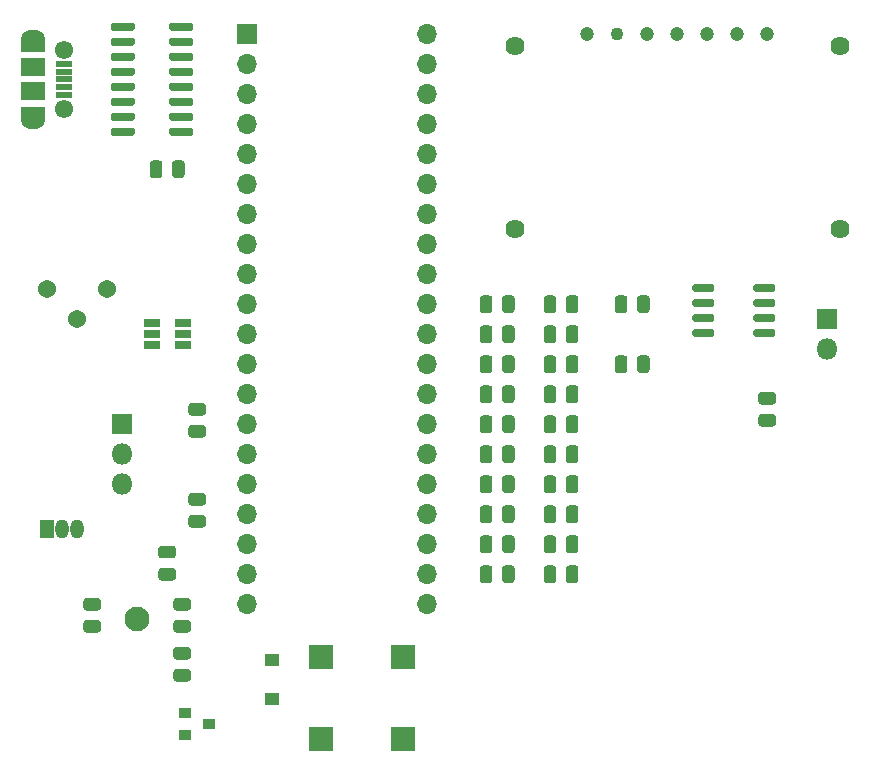
<source format=gbr>
%TF.GenerationSoftware,KiCad,Pcbnew,(5.1.6)-1*%
%TF.CreationDate,2020-11-21T18:59:33+08:00*%
%TF.ProjectId,Nov_21,4e6f765f-3231-42e6-9b69-6361645f7063,rev?*%
%TF.SameCoordinates,Original*%
%TF.FileFunction,Soldermask,Top*%
%TF.FilePolarity,Negative*%
%FSLAX46Y46*%
G04 Gerber Fmt 4.6, Leading zero omitted, Abs format (unit mm)*
G04 Created by KiCad (PCBNEW (5.1.6)-1) date 2020-11-21 18:59:33*
%MOMM*%
%LPD*%
G01*
G04 APERTURE LIST*
%ADD10C,1.540000*%
%ADD11R,1.320000X0.750000*%
%ADD12R,1.150000X1.600000*%
%ADD13O,1.150000X1.600000*%
%ADD14C,2.100000*%
%ADD15R,1.000000X0.900000*%
%ADD16O,1.800000X1.800000*%
%ADD17R,1.800000X1.800000*%
%ADD18C,1.200000*%
%ADD19C,1.100000*%
%ADD20C,1.624000*%
%ADD21O,1.700000X1.700000*%
%ADD22R,1.700000X1.700000*%
%ADD23R,2.000000X1.300000*%
%ADD24O,2.000000X1.300000*%
%ADD25R,2.000000X1.600000*%
%ADD26C,1.550000*%
%ADD27R,1.450000X0.500000*%
%ADD28R,1.300000X1.000000*%
%ADD29R,2.100000X2.100000*%
G04 APERTURE END LIST*
D10*
%TO.C,RV1*%
X125730000Y-77470000D03*
X128270000Y-80010000D03*
X130810000Y-77470000D03*
%TD*%
D11*
%TO.C,U3*%
X137200000Y-80330000D03*
X137200000Y-81280000D03*
X137200000Y-82230000D03*
X134580000Y-82230000D03*
X134580000Y-81280000D03*
X134580000Y-80330000D03*
%TD*%
%TO.C,U2*%
G36*
G01*
X133170000Y-63960000D02*
X133170000Y-64310000D01*
G75*
G02*
X132995000Y-64485000I-175000J0D01*
G01*
X131295000Y-64485000D01*
G75*
G02*
X131120000Y-64310000I0J175000D01*
G01*
X131120000Y-63960000D01*
G75*
G02*
X131295000Y-63785000I175000J0D01*
G01*
X132995000Y-63785000D01*
G75*
G02*
X133170000Y-63960000I0J-175000D01*
G01*
G37*
G36*
G01*
X133170000Y-62690000D02*
X133170000Y-63040000D01*
G75*
G02*
X132995000Y-63215000I-175000J0D01*
G01*
X131295000Y-63215000D01*
G75*
G02*
X131120000Y-63040000I0J175000D01*
G01*
X131120000Y-62690000D01*
G75*
G02*
X131295000Y-62515000I175000J0D01*
G01*
X132995000Y-62515000D01*
G75*
G02*
X133170000Y-62690000I0J-175000D01*
G01*
G37*
G36*
G01*
X133170000Y-61420000D02*
X133170000Y-61770000D01*
G75*
G02*
X132995000Y-61945000I-175000J0D01*
G01*
X131295000Y-61945000D01*
G75*
G02*
X131120000Y-61770000I0J175000D01*
G01*
X131120000Y-61420000D01*
G75*
G02*
X131295000Y-61245000I175000J0D01*
G01*
X132995000Y-61245000D01*
G75*
G02*
X133170000Y-61420000I0J-175000D01*
G01*
G37*
G36*
G01*
X133170000Y-60150000D02*
X133170000Y-60500000D01*
G75*
G02*
X132995000Y-60675000I-175000J0D01*
G01*
X131295000Y-60675000D01*
G75*
G02*
X131120000Y-60500000I0J175000D01*
G01*
X131120000Y-60150000D01*
G75*
G02*
X131295000Y-59975000I175000J0D01*
G01*
X132995000Y-59975000D01*
G75*
G02*
X133170000Y-60150000I0J-175000D01*
G01*
G37*
G36*
G01*
X133170000Y-58880000D02*
X133170000Y-59230000D01*
G75*
G02*
X132995000Y-59405000I-175000J0D01*
G01*
X131295000Y-59405000D01*
G75*
G02*
X131120000Y-59230000I0J175000D01*
G01*
X131120000Y-58880000D01*
G75*
G02*
X131295000Y-58705000I175000J0D01*
G01*
X132995000Y-58705000D01*
G75*
G02*
X133170000Y-58880000I0J-175000D01*
G01*
G37*
G36*
G01*
X133170000Y-57610000D02*
X133170000Y-57960000D01*
G75*
G02*
X132995000Y-58135000I-175000J0D01*
G01*
X131295000Y-58135000D01*
G75*
G02*
X131120000Y-57960000I0J175000D01*
G01*
X131120000Y-57610000D01*
G75*
G02*
X131295000Y-57435000I175000J0D01*
G01*
X132995000Y-57435000D01*
G75*
G02*
X133170000Y-57610000I0J-175000D01*
G01*
G37*
G36*
G01*
X133170000Y-56340000D02*
X133170000Y-56690000D01*
G75*
G02*
X132995000Y-56865000I-175000J0D01*
G01*
X131295000Y-56865000D01*
G75*
G02*
X131120000Y-56690000I0J175000D01*
G01*
X131120000Y-56340000D01*
G75*
G02*
X131295000Y-56165000I175000J0D01*
G01*
X132995000Y-56165000D01*
G75*
G02*
X133170000Y-56340000I0J-175000D01*
G01*
G37*
G36*
G01*
X133170000Y-55070000D02*
X133170000Y-55420000D01*
G75*
G02*
X132995000Y-55595000I-175000J0D01*
G01*
X131295000Y-55595000D01*
G75*
G02*
X131120000Y-55420000I0J175000D01*
G01*
X131120000Y-55070000D01*
G75*
G02*
X131295000Y-54895000I175000J0D01*
G01*
X132995000Y-54895000D01*
G75*
G02*
X133170000Y-55070000I0J-175000D01*
G01*
G37*
G36*
G01*
X138120000Y-55070000D02*
X138120000Y-55420000D01*
G75*
G02*
X137945000Y-55595000I-175000J0D01*
G01*
X136245000Y-55595000D01*
G75*
G02*
X136070000Y-55420000I0J175000D01*
G01*
X136070000Y-55070000D01*
G75*
G02*
X136245000Y-54895000I175000J0D01*
G01*
X137945000Y-54895000D01*
G75*
G02*
X138120000Y-55070000I0J-175000D01*
G01*
G37*
G36*
G01*
X138120000Y-56340000D02*
X138120000Y-56690000D01*
G75*
G02*
X137945000Y-56865000I-175000J0D01*
G01*
X136245000Y-56865000D01*
G75*
G02*
X136070000Y-56690000I0J175000D01*
G01*
X136070000Y-56340000D01*
G75*
G02*
X136245000Y-56165000I175000J0D01*
G01*
X137945000Y-56165000D01*
G75*
G02*
X138120000Y-56340000I0J-175000D01*
G01*
G37*
G36*
G01*
X138120000Y-57610000D02*
X138120000Y-57960000D01*
G75*
G02*
X137945000Y-58135000I-175000J0D01*
G01*
X136245000Y-58135000D01*
G75*
G02*
X136070000Y-57960000I0J175000D01*
G01*
X136070000Y-57610000D01*
G75*
G02*
X136245000Y-57435000I175000J0D01*
G01*
X137945000Y-57435000D01*
G75*
G02*
X138120000Y-57610000I0J-175000D01*
G01*
G37*
G36*
G01*
X138120000Y-58880000D02*
X138120000Y-59230000D01*
G75*
G02*
X137945000Y-59405000I-175000J0D01*
G01*
X136245000Y-59405000D01*
G75*
G02*
X136070000Y-59230000I0J175000D01*
G01*
X136070000Y-58880000D01*
G75*
G02*
X136245000Y-58705000I175000J0D01*
G01*
X137945000Y-58705000D01*
G75*
G02*
X138120000Y-58880000I0J-175000D01*
G01*
G37*
G36*
G01*
X138120000Y-60150000D02*
X138120000Y-60500000D01*
G75*
G02*
X137945000Y-60675000I-175000J0D01*
G01*
X136245000Y-60675000D01*
G75*
G02*
X136070000Y-60500000I0J175000D01*
G01*
X136070000Y-60150000D01*
G75*
G02*
X136245000Y-59975000I175000J0D01*
G01*
X137945000Y-59975000D01*
G75*
G02*
X138120000Y-60150000I0J-175000D01*
G01*
G37*
G36*
G01*
X138120000Y-61420000D02*
X138120000Y-61770000D01*
G75*
G02*
X137945000Y-61945000I-175000J0D01*
G01*
X136245000Y-61945000D01*
G75*
G02*
X136070000Y-61770000I0J175000D01*
G01*
X136070000Y-61420000D01*
G75*
G02*
X136245000Y-61245000I175000J0D01*
G01*
X137945000Y-61245000D01*
G75*
G02*
X138120000Y-61420000I0J-175000D01*
G01*
G37*
G36*
G01*
X138120000Y-62690000D02*
X138120000Y-63040000D01*
G75*
G02*
X137945000Y-63215000I-175000J0D01*
G01*
X136245000Y-63215000D01*
G75*
G02*
X136070000Y-63040000I0J175000D01*
G01*
X136070000Y-62690000D01*
G75*
G02*
X136245000Y-62515000I175000J0D01*
G01*
X137945000Y-62515000D01*
G75*
G02*
X138120000Y-62690000I0J-175000D01*
G01*
G37*
G36*
G01*
X138120000Y-63960000D02*
X138120000Y-64310000D01*
G75*
G02*
X137945000Y-64485000I-175000J0D01*
G01*
X136245000Y-64485000D01*
G75*
G02*
X136070000Y-64310000I0J175000D01*
G01*
X136070000Y-63960000D01*
G75*
G02*
X136245000Y-63785000I175000J0D01*
G01*
X137945000Y-63785000D01*
G75*
G02*
X138120000Y-63960000I0J-175000D01*
G01*
G37*
%TD*%
D12*
%TO.C,U1*%
X125730000Y-97790000D03*
D13*
X128270000Y-97790000D03*
X127000000Y-97790000D03*
%TD*%
D14*
%TO.C,TP1*%
X133350000Y-105410000D03*
%TD*%
%TO.C,R25*%
G36*
G01*
X169642500Y-102081250D02*
X169642500Y-101118750D01*
G75*
G02*
X169911250Y-100850000I268750J0D01*
G01*
X170448750Y-100850000D01*
G75*
G02*
X170717500Y-101118750I0J-268750D01*
G01*
X170717500Y-102081250D01*
G75*
G02*
X170448750Y-102350000I-268750J0D01*
G01*
X169911250Y-102350000D01*
G75*
G02*
X169642500Y-102081250I0J268750D01*
G01*
G37*
G36*
G01*
X167767500Y-102081250D02*
X167767500Y-101118750D01*
G75*
G02*
X168036250Y-100850000I268750J0D01*
G01*
X168573750Y-100850000D01*
G75*
G02*
X168842500Y-101118750I0J-268750D01*
G01*
X168842500Y-102081250D01*
G75*
G02*
X168573750Y-102350000I-268750J0D01*
G01*
X168036250Y-102350000D01*
G75*
G02*
X167767500Y-102081250I0J268750D01*
G01*
G37*
%TD*%
%TO.C,R24*%
G36*
G01*
X175660000Y-79221250D02*
X175660000Y-78258750D01*
G75*
G02*
X175928750Y-77990000I268750J0D01*
G01*
X176466250Y-77990000D01*
G75*
G02*
X176735000Y-78258750I0J-268750D01*
G01*
X176735000Y-79221250D01*
G75*
G02*
X176466250Y-79490000I-268750J0D01*
G01*
X175928750Y-79490000D01*
G75*
G02*
X175660000Y-79221250I0J268750D01*
G01*
G37*
G36*
G01*
X173785000Y-79221250D02*
X173785000Y-78258750D01*
G75*
G02*
X174053750Y-77990000I268750J0D01*
G01*
X174591250Y-77990000D01*
G75*
G02*
X174860000Y-78258750I0J-268750D01*
G01*
X174860000Y-79221250D01*
G75*
G02*
X174591250Y-79490000I-268750J0D01*
G01*
X174053750Y-79490000D01*
G75*
G02*
X173785000Y-79221250I0J268750D01*
G01*
G37*
%TD*%
%TO.C,R23*%
G36*
G01*
X174860000Y-83338750D02*
X174860000Y-84301250D01*
G75*
G02*
X174591250Y-84570000I-268750J0D01*
G01*
X174053750Y-84570000D01*
G75*
G02*
X173785000Y-84301250I0J268750D01*
G01*
X173785000Y-83338750D01*
G75*
G02*
X174053750Y-83070000I268750J0D01*
G01*
X174591250Y-83070000D01*
G75*
G02*
X174860000Y-83338750I0J-268750D01*
G01*
G37*
G36*
G01*
X176735000Y-83338750D02*
X176735000Y-84301250D01*
G75*
G02*
X176466250Y-84570000I-268750J0D01*
G01*
X175928750Y-84570000D01*
G75*
G02*
X175660000Y-84301250I0J268750D01*
G01*
X175660000Y-83338750D01*
G75*
G02*
X175928750Y-83070000I268750J0D01*
G01*
X176466250Y-83070000D01*
G75*
G02*
X176735000Y-83338750I0J-268750D01*
G01*
G37*
%TD*%
%TO.C,R22*%
G36*
G01*
X169642500Y-99541250D02*
X169642500Y-98578750D01*
G75*
G02*
X169911250Y-98310000I268750J0D01*
G01*
X170448750Y-98310000D01*
G75*
G02*
X170717500Y-98578750I0J-268750D01*
G01*
X170717500Y-99541250D01*
G75*
G02*
X170448750Y-99810000I-268750J0D01*
G01*
X169911250Y-99810000D01*
G75*
G02*
X169642500Y-99541250I0J268750D01*
G01*
G37*
G36*
G01*
X167767500Y-99541250D02*
X167767500Y-98578750D01*
G75*
G02*
X168036250Y-98310000I268750J0D01*
G01*
X168573750Y-98310000D01*
G75*
G02*
X168842500Y-98578750I0J-268750D01*
G01*
X168842500Y-99541250D01*
G75*
G02*
X168573750Y-99810000I-268750J0D01*
G01*
X168036250Y-99810000D01*
G75*
G02*
X167767500Y-99541250I0J268750D01*
G01*
G37*
%TD*%
%TO.C,R21*%
G36*
G01*
X169642500Y-97001250D02*
X169642500Y-96038750D01*
G75*
G02*
X169911250Y-95770000I268750J0D01*
G01*
X170448750Y-95770000D01*
G75*
G02*
X170717500Y-96038750I0J-268750D01*
G01*
X170717500Y-97001250D01*
G75*
G02*
X170448750Y-97270000I-268750J0D01*
G01*
X169911250Y-97270000D01*
G75*
G02*
X169642500Y-97001250I0J268750D01*
G01*
G37*
G36*
G01*
X167767500Y-97001250D02*
X167767500Y-96038750D01*
G75*
G02*
X168036250Y-95770000I268750J0D01*
G01*
X168573750Y-95770000D01*
G75*
G02*
X168842500Y-96038750I0J-268750D01*
G01*
X168842500Y-97001250D01*
G75*
G02*
X168573750Y-97270000I-268750J0D01*
G01*
X168036250Y-97270000D01*
G75*
G02*
X167767500Y-97001250I0J268750D01*
G01*
G37*
%TD*%
%TO.C,R20*%
G36*
G01*
X169642500Y-94461250D02*
X169642500Y-93498750D01*
G75*
G02*
X169911250Y-93230000I268750J0D01*
G01*
X170448750Y-93230000D01*
G75*
G02*
X170717500Y-93498750I0J-268750D01*
G01*
X170717500Y-94461250D01*
G75*
G02*
X170448750Y-94730000I-268750J0D01*
G01*
X169911250Y-94730000D01*
G75*
G02*
X169642500Y-94461250I0J268750D01*
G01*
G37*
G36*
G01*
X167767500Y-94461250D02*
X167767500Y-93498750D01*
G75*
G02*
X168036250Y-93230000I268750J0D01*
G01*
X168573750Y-93230000D01*
G75*
G02*
X168842500Y-93498750I0J-268750D01*
G01*
X168842500Y-94461250D01*
G75*
G02*
X168573750Y-94730000I-268750J0D01*
G01*
X168036250Y-94730000D01*
G75*
G02*
X167767500Y-94461250I0J268750D01*
G01*
G37*
%TD*%
%TO.C,R19*%
G36*
G01*
X169642500Y-91921250D02*
X169642500Y-90958750D01*
G75*
G02*
X169911250Y-90690000I268750J0D01*
G01*
X170448750Y-90690000D01*
G75*
G02*
X170717500Y-90958750I0J-268750D01*
G01*
X170717500Y-91921250D01*
G75*
G02*
X170448750Y-92190000I-268750J0D01*
G01*
X169911250Y-92190000D01*
G75*
G02*
X169642500Y-91921250I0J268750D01*
G01*
G37*
G36*
G01*
X167767500Y-91921250D02*
X167767500Y-90958750D01*
G75*
G02*
X168036250Y-90690000I268750J0D01*
G01*
X168573750Y-90690000D01*
G75*
G02*
X168842500Y-90958750I0J-268750D01*
G01*
X168842500Y-91921250D01*
G75*
G02*
X168573750Y-92190000I-268750J0D01*
G01*
X168036250Y-92190000D01*
G75*
G02*
X167767500Y-91921250I0J268750D01*
G01*
G37*
%TD*%
%TO.C,R18*%
G36*
G01*
X169642500Y-89381250D02*
X169642500Y-88418750D01*
G75*
G02*
X169911250Y-88150000I268750J0D01*
G01*
X170448750Y-88150000D01*
G75*
G02*
X170717500Y-88418750I0J-268750D01*
G01*
X170717500Y-89381250D01*
G75*
G02*
X170448750Y-89650000I-268750J0D01*
G01*
X169911250Y-89650000D01*
G75*
G02*
X169642500Y-89381250I0J268750D01*
G01*
G37*
G36*
G01*
X167767500Y-89381250D02*
X167767500Y-88418750D01*
G75*
G02*
X168036250Y-88150000I268750J0D01*
G01*
X168573750Y-88150000D01*
G75*
G02*
X168842500Y-88418750I0J-268750D01*
G01*
X168842500Y-89381250D01*
G75*
G02*
X168573750Y-89650000I-268750J0D01*
G01*
X168036250Y-89650000D01*
G75*
G02*
X167767500Y-89381250I0J268750D01*
G01*
G37*
%TD*%
%TO.C,R17*%
G36*
G01*
X169642500Y-86841250D02*
X169642500Y-85878750D01*
G75*
G02*
X169911250Y-85610000I268750J0D01*
G01*
X170448750Y-85610000D01*
G75*
G02*
X170717500Y-85878750I0J-268750D01*
G01*
X170717500Y-86841250D01*
G75*
G02*
X170448750Y-87110000I-268750J0D01*
G01*
X169911250Y-87110000D01*
G75*
G02*
X169642500Y-86841250I0J268750D01*
G01*
G37*
G36*
G01*
X167767500Y-86841250D02*
X167767500Y-85878750D01*
G75*
G02*
X168036250Y-85610000I268750J0D01*
G01*
X168573750Y-85610000D01*
G75*
G02*
X168842500Y-85878750I0J-268750D01*
G01*
X168842500Y-86841250D01*
G75*
G02*
X168573750Y-87110000I-268750J0D01*
G01*
X168036250Y-87110000D01*
G75*
G02*
X167767500Y-86841250I0J268750D01*
G01*
G37*
%TD*%
%TO.C,R16*%
G36*
G01*
X169642500Y-84301250D02*
X169642500Y-83338750D01*
G75*
G02*
X169911250Y-83070000I268750J0D01*
G01*
X170448750Y-83070000D01*
G75*
G02*
X170717500Y-83338750I0J-268750D01*
G01*
X170717500Y-84301250D01*
G75*
G02*
X170448750Y-84570000I-268750J0D01*
G01*
X169911250Y-84570000D01*
G75*
G02*
X169642500Y-84301250I0J268750D01*
G01*
G37*
G36*
G01*
X167767500Y-84301250D02*
X167767500Y-83338750D01*
G75*
G02*
X168036250Y-83070000I268750J0D01*
G01*
X168573750Y-83070000D01*
G75*
G02*
X168842500Y-83338750I0J-268750D01*
G01*
X168842500Y-84301250D01*
G75*
G02*
X168573750Y-84570000I-268750J0D01*
G01*
X168036250Y-84570000D01*
G75*
G02*
X167767500Y-84301250I0J268750D01*
G01*
G37*
%TD*%
%TO.C,R15*%
G36*
G01*
X169642500Y-81761250D02*
X169642500Y-80798750D01*
G75*
G02*
X169911250Y-80530000I268750J0D01*
G01*
X170448750Y-80530000D01*
G75*
G02*
X170717500Y-80798750I0J-268750D01*
G01*
X170717500Y-81761250D01*
G75*
G02*
X170448750Y-82030000I-268750J0D01*
G01*
X169911250Y-82030000D01*
G75*
G02*
X169642500Y-81761250I0J268750D01*
G01*
G37*
G36*
G01*
X167767500Y-81761250D02*
X167767500Y-80798750D01*
G75*
G02*
X168036250Y-80530000I268750J0D01*
G01*
X168573750Y-80530000D01*
G75*
G02*
X168842500Y-80798750I0J-268750D01*
G01*
X168842500Y-81761250D01*
G75*
G02*
X168573750Y-82030000I-268750J0D01*
G01*
X168036250Y-82030000D01*
G75*
G02*
X167767500Y-81761250I0J268750D01*
G01*
G37*
%TD*%
%TO.C,R14*%
G36*
G01*
X169642500Y-79221250D02*
X169642500Y-78258750D01*
G75*
G02*
X169911250Y-77990000I268750J0D01*
G01*
X170448750Y-77990000D01*
G75*
G02*
X170717500Y-78258750I0J-268750D01*
G01*
X170717500Y-79221250D01*
G75*
G02*
X170448750Y-79490000I-268750J0D01*
G01*
X169911250Y-79490000D01*
G75*
G02*
X169642500Y-79221250I0J268750D01*
G01*
G37*
G36*
G01*
X167767500Y-79221250D02*
X167767500Y-78258750D01*
G75*
G02*
X168036250Y-77990000I268750J0D01*
G01*
X168573750Y-77990000D01*
G75*
G02*
X168842500Y-78258750I0J-268750D01*
G01*
X168842500Y-79221250D01*
G75*
G02*
X168573750Y-79490000I-268750J0D01*
G01*
X168036250Y-79490000D01*
G75*
G02*
X167767500Y-79221250I0J268750D01*
G01*
G37*
%TD*%
%TO.C,R13*%
G36*
G01*
X163430000Y-80798750D02*
X163430000Y-81761250D01*
G75*
G02*
X163161250Y-82030000I-268750J0D01*
G01*
X162623750Y-82030000D01*
G75*
G02*
X162355000Y-81761250I0J268750D01*
G01*
X162355000Y-80798750D01*
G75*
G02*
X162623750Y-80530000I268750J0D01*
G01*
X163161250Y-80530000D01*
G75*
G02*
X163430000Y-80798750I0J-268750D01*
G01*
G37*
G36*
G01*
X165305000Y-80798750D02*
X165305000Y-81761250D01*
G75*
G02*
X165036250Y-82030000I-268750J0D01*
G01*
X164498750Y-82030000D01*
G75*
G02*
X164230000Y-81761250I0J268750D01*
G01*
X164230000Y-80798750D01*
G75*
G02*
X164498750Y-80530000I268750J0D01*
G01*
X165036250Y-80530000D01*
G75*
G02*
X165305000Y-80798750I0J-268750D01*
G01*
G37*
%TD*%
%TO.C,R12*%
G36*
G01*
X163430000Y-98578750D02*
X163430000Y-99541250D01*
G75*
G02*
X163161250Y-99810000I-268750J0D01*
G01*
X162623750Y-99810000D01*
G75*
G02*
X162355000Y-99541250I0J268750D01*
G01*
X162355000Y-98578750D01*
G75*
G02*
X162623750Y-98310000I268750J0D01*
G01*
X163161250Y-98310000D01*
G75*
G02*
X163430000Y-98578750I0J-268750D01*
G01*
G37*
G36*
G01*
X165305000Y-98578750D02*
X165305000Y-99541250D01*
G75*
G02*
X165036250Y-99810000I-268750J0D01*
G01*
X164498750Y-99810000D01*
G75*
G02*
X164230000Y-99541250I0J268750D01*
G01*
X164230000Y-98578750D01*
G75*
G02*
X164498750Y-98310000I268750J0D01*
G01*
X165036250Y-98310000D01*
G75*
G02*
X165305000Y-98578750I0J-268750D01*
G01*
G37*
%TD*%
%TO.C,R11*%
G36*
G01*
X163430000Y-96038750D02*
X163430000Y-97001250D01*
G75*
G02*
X163161250Y-97270000I-268750J0D01*
G01*
X162623750Y-97270000D01*
G75*
G02*
X162355000Y-97001250I0J268750D01*
G01*
X162355000Y-96038750D01*
G75*
G02*
X162623750Y-95770000I268750J0D01*
G01*
X163161250Y-95770000D01*
G75*
G02*
X163430000Y-96038750I0J-268750D01*
G01*
G37*
G36*
G01*
X165305000Y-96038750D02*
X165305000Y-97001250D01*
G75*
G02*
X165036250Y-97270000I-268750J0D01*
G01*
X164498750Y-97270000D01*
G75*
G02*
X164230000Y-97001250I0J268750D01*
G01*
X164230000Y-96038750D01*
G75*
G02*
X164498750Y-95770000I268750J0D01*
G01*
X165036250Y-95770000D01*
G75*
G02*
X165305000Y-96038750I0J-268750D01*
G01*
G37*
%TD*%
%TO.C,R10*%
G36*
G01*
X163430000Y-93498750D02*
X163430000Y-94461250D01*
G75*
G02*
X163161250Y-94730000I-268750J0D01*
G01*
X162623750Y-94730000D01*
G75*
G02*
X162355000Y-94461250I0J268750D01*
G01*
X162355000Y-93498750D01*
G75*
G02*
X162623750Y-93230000I268750J0D01*
G01*
X163161250Y-93230000D01*
G75*
G02*
X163430000Y-93498750I0J-268750D01*
G01*
G37*
G36*
G01*
X165305000Y-93498750D02*
X165305000Y-94461250D01*
G75*
G02*
X165036250Y-94730000I-268750J0D01*
G01*
X164498750Y-94730000D01*
G75*
G02*
X164230000Y-94461250I0J268750D01*
G01*
X164230000Y-93498750D01*
G75*
G02*
X164498750Y-93230000I268750J0D01*
G01*
X165036250Y-93230000D01*
G75*
G02*
X165305000Y-93498750I0J-268750D01*
G01*
G37*
%TD*%
%TO.C,R9*%
G36*
G01*
X163430000Y-88418750D02*
X163430000Y-89381250D01*
G75*
G02*
X163161250Y-89650000I-268750J0D01*
G01*
X162623750Y-89650000D01*
G75*
G02*
X162355000Y-89381250I0J268750D01*
G01*
X162355000Y-88418750D01*
G75*
G02*
X162623750Y-88150000I268750J0D01*
G01*
X163161250Y-88150000D01*
G75*
G02*
X163430000Y-88418750I0J-268750D01*
G01*
G37*
G36*
G01*
X165305000Y-88418750D02*
X165305000Y-89381250D01*
G75*
G02*
X165036250Y-89650000I-268750J0D01*
G01*
X164498750Y-89650000D01*
G75*
G02*
X164230000Y-89381250I0J268750D01*
G01*
X164230000Y-88418750D01*
G75*
G02*
X164498750Y-88150000I268750J0D01*
G01*
X165036250Y-88150000D01*
G75*
G02*
X165305000Y-88418750I0J-268750D01*
G01*
G37*
%TD*%
%TO.C,R8*%
G36*
G01*
X163430000Y-85878750D02*
X163430000Y-86841250D01*
G75*
G02*
X163161250Y-87110000I-268750J0D01*
G01*
X162623750Y-87110000D01*
G75*
G02*
X162355000Y-86841250I0J268750D01*
G01*
X162355000Y-85878750D01*
G75*
G02*
X162623750Y-85610000I268750J0D01*
G01*
X163161250Y-85610000D01*
G75*
G02*
X163430000Y-85878750I0J-268750D01*
G01*
G37*
G36*
G01*
X165305000Y-85878750D02*
X165305000Y-86841250D01*
G75*
G02*
X165036250Y-87110000I-268750J0D01*
G01*
X164498750Y-87110000D01*
G75*
G02*
X164230000Y-86841250I0J268750D01*
G01*
X164230000Y-85878750D01*
G75*
G02*
X164498750Y-85610000I268750J0D01*
G01*
X165036250Y-85610000D01*
G75*
G02*
X165305000Y-85878750I0J-268750D01*
G01*
G37*
%TD*%
%TO.C,R7*%
G36*
G01*
X163430000Y-83338750D02*
X163430000Y-84301250D01*
G75*
G02*
X163161250Y-84570000I-268750J0D01*
G01*
X162623750Y-84570000D01*
G75*
G02*
X162355000Y-84301250I0J268750D01*
G01*
X162355000Y-83338750D01*
G75*
G02*
X162623750Y-83070000I268750J0D01*
G01*
X163161250Y-83070000D01*
G75*
G02*
X163430000Y-83338750I0J-268750D01*
G01*
G37*
G36*
G01*
X165305000Y-83338750D02*
X165305000Y-84301250D01*
G75*
G02*
X165036250Y-84570000I-268750J0D01*
G01*
X164498750Y-84570000D01*
G75*
G02*
X164230000Y-84301250I0J268750D01*
G01*
X164230000Y-83338750D01*
G75*
G02*
X164498750Y-83070000I268750J0D01*
G01*
X165036250Y-83070000D01*
G75*
G02*
X165305000Y-83338750I0J-268750D01*
G01*
G37*
%TD*%
%TO.C,R6*%
G36*
G01*
X163430000Y-101118750D02*
X163430000Y-102081250D01*
G75*
G02*
X163161250Y-102350000I-268750J0D01*
G01*
X162623750Y-102350000D01*
G75*
G02*
X162355000Y-102081250I0J268750D01*
G01*
X162355000Y-101118750D01*
G75*
G02*
X162623750Y-100850000I268750J0D01*
G01*
X163161250Y-100850000D01*
G75*
G02*
X163430000Y-101118750I0J-268750D01*
G01*
G37*
G36*
G01*
X165305000Y-101118750D02*
X165305000Y-102081250D01*
G75*
G02*
X165036250Y-102350000I-268750J0D01*
G01*
X164498750Y-102350000D01*
G75*
G02*
X164230000Y-102081250I0J268750D01*
G01*
X164230000Y-101118750D01*
G75*
G02*
X164498750Y-100850000I268750J0D01*
G01*
X165036250Y-100850000D01*
G75*
G02*
X165305000Y-101118750I0J-268750D01*
G01*
G37*
%TD*%
%TO.C,R5*%
G36*
G01*
X163430000Y-90958750D02*
X163430000Y-91921250D01*
G75*
G02*
X163161250Y-92190000I-268750J0D01*
G01*
X162623750Y-92190000D01*
G75*
G02*
X162355000Y-91921250I0J268750D01*
G01*
X162355000Y-90958750D01*
G75*
G02*
X162623750Y-90690000I268750J0D01*
G01*
X163161250Y-90690000D01*
G75*
G02*
X163430000Y-90958750I0J-268750D01*
G01*
G37*
G36*
G01*
X165305000Y-90958750D02*
X165305000Y-91921250D01*
G75*
G02*
X165036250Y-92190000I-268750J0D01*
G01*
X164498750Y-92190000D01*
G75*
G02*
X164230000Y-91921250I0J268750D01*
G01*
X164230000Y-90958750D01*
G75*
G02*
X164498750Y-90690000I268750J0D01*
G01*
X165036250Y-90690000D01*
G75*
G02*
X165305000Y-90958750I0J-268750D01*
G01*
G37*
%TD*%
%TO.C,R4*%
G36*
G01*
X163430000Y-78258750D02*
X163430000Y-79221250D01*
G75*
G02*
X163161250Y-79490000I-268750J0D01*
G01*
X162623750Y-79490000D01*
G75*
G02*
X162355000Y-79221250I0J268750D01*
G01*
X162355000Y-78258750D01*
G75*
G02*
X162623750Y-77990000I268750J0D01*
G01*
X163161250Y-77990000D01*
G75*
G02*
X163430000Y-78258750I0J-268750D01*
G01*
G37*
G36*
G01*
X165305000Y-78258750D02*
X165305000Y-79221250D01*
G75*
G02*
X165036250Y-79490000I-268750J0D01*
G01*
X164498750Y-79490000D01*
G75*
G02*
X164230000Y-79221250I0J268750D01*
G01*
X164230000Y-78258750D01*
G75*
G02*
X164498750Y-77990000I268750J0D01*
G01*
X165036250Y-77990000D01*
G75*
G02*
X165305000Y-78258750I0J-268750D01*
G01*
G37*
%TD*%
%TO.C,R3*%
G36*
G01*
X137641250Y-104677500D02*
X136678750Y-104677500D01*
G75*
G02*
X136410000Y-104408750I0J268750D01*
G01*
X136410000Y-103871250D01*
G75*
G02*
X136678750Y-103602500I268750J0D01*
G01*
X137641250Y-103602500D01*
G75*
G02*
X137910000Y-103871250I0J-268750D01*
G01*
X137910000Y-104408750D01*
G75*
G02*
X137641250Y-104677500I-268750J0D01*
G01*
G37*
G36*
G01*
X137641250Y-106552500D02*
X136678750Y-106552500D01*
G75*
G02*
X136410000Y-106283750I0J268750D01*
G01*
X136410000Y-105746250D01*
G75*
G02*
X136678750Y-105477500I268750J0D01*
G01*
X137641250Y-105477500D01*
G75*
G02*
X137910000Y-105746250I0J-268750D01*
G01*
X137910000Y-106283750D01*
G75*
G02*
X137641250Y-106552500I-268750J0D01*
G01*
G37*
%TD*%
%TO.C,R2*%
G36*
G01*
X130021250Y-104677500D02*
X129058750Y-104677500D01*
G75*
G02*
X128790000Y-104408750I0J268750D01*
G01*
X128790000Y-103871250D01*
G75*
G02*
X129058750Y-103602500I268750J0D01*
G01*
X130021250Y-103602500D01*
G75*
G02*
X130290000Y-103871250I0J-268750D01*
G01*
X130290000Y-104408750D01*
G75*
G02*
X130021250Y-104677500I-268750J0D01*
G01*
G37*
G36*
G01*
X130021250Y-106552500D02*
X129058750Y-106552500D01*
G75*
G02*
X128790000Y-106283750I0J268750D01*
G01*
X128790000Y-105746250D01*
G75*
G02*
X129058750Y-105477500I268750J0D01*
G01*
X130021250Y-105477500D01*
G75*
G02*
X130290000Y-105746250I0J-268750D01*
G01*
X130290000Y-106283750D01*
G75*
G02*
X130021250Y-106552500I-268750J0D01*
G01*
G37*
%TD*%
%TO.C,R1*%
G36*
G01*
X135408750Y-101062500D02*
X136371250Y-101062500D01*
G75*
G02*
X136640000Y-101331250I0J-268750D01*
G01*
X136640000Y-101868750D01*
G75*
G02*
X136371250Y-102137500I-268750J0D01*
G01*
X135408750Y-102137500D01*
G75*
G02*
X135140000Y-101868750I0J268750D01*
G01*
X135140000Y-101331250D01*
G75*
G02*
X135408750Y-101062500I268750J0D01*
G01*
G37*
G36*
G01*
X135408750Y-99187500D02*
X136371250Y-99187500D01*
G75*
G02*
X136640000Y-99456250I0J-268750D01*
G01*
X136640000Y-99993750D01*
G75*
G02*
X136371250Y-100262500I-268750J0D01*
G01*
X135408750Y-100262500D01*
G75*
G02*
X135140000Y-99993750I0J268750D01*
G01*
X135140000Y-99456250D01*
G75*
G02*
X135408750Y-99187500I268750J0D01*
G01*
G37*
%TD*%
D15*
%TO.C,Q1*%
X139430000Y-114300000D03*
X137430000Y-115250000D03*
X137430000Y-113350000D03*
%TD*%
D16*
%TO.C,J6*%
X191770000Y-82550000D03*
D17*
X191770000Y-80010000D03*
%TD*%
%TO.C,J5*%
G36*
G01*
X185510440Y-77538320D02*
X185510440Y-77188320D01*
G75*
G02*
X185685440Y-77013320I175000J0D01*
G01*
X187185440Y-77013320D01*
G75*
G02*
X187360440Y-77188320I0J-175000D01*
G01*
X187360440Y-77538320D01*
G75*
G02*
X187185440Y-77713320I-175000J0D01*
G01*
X185685440Y-77713320D01*
G75*
G02*
X185510440Y-77538320I0J175000D01*
G01*
G37*
G36*
G01*
X185510440Y-78808320D02*
X185510440Y-78458320D01*
G75*
G02*
X185685440Y-78283320I175000J0D01*
G01*
X187185440Y-78283320D01*
G75*
G02*
X187360440Y-78458320I0J-175000D01*
G01*
X187360440Y-78808320D01*
G75*
G02*
X187185440Y-78983320I-175000J0D01*
G01*
X185685440Y-78983320D01*
G75*
G02*
X185510440Y-78808320I0J175000D01*
G01*
G37*
G36*
G01*
X185510440Y-80078320D02*
X185510440Y-79728320D01*
G75*
G02*
X185685440Y-79553320I175000J0D01*
G01*
X187185440Y-79553320D01*
G75*
G02*
X187360440Y-79728320I0J-175000D01*
G01*
X187360440Y-80078320D01*
G75*
G02*
X187185440Y-80253320I-175000J0D01*
G01*
X185685440Y-80253320D01*
G75*
G02*
X185510440Y-80078320I0J175000D01*
G01*
G37*
G36*
G01*
X185510440Y-81348320D02*
X185510440Y-80998320D01*
G75*
G02*
X185685440Y-80823320I175000J0D01*
G01*
X187185440Y-80823320D01*
G75*
G02*
X187360440Y-80998320I0J-175000D01*
G01*
X187360440Y-81348320D01*
G75*
G02*
X187185440Y-81523320I-175000J0D01*
G01*
X185685440Y-81523320D01*
G75*
G02*
X185510440Y-81348320I0J175000D01*
G01*
G37*
G36*
G01*
X180360440Y-81348320D02*
X180360440Y-80998320D01*
G75*
G02*
X180535440Y-80823320I175000J0D01*
G01*
X182035440Y-80823320D01*
G75*
G02*
X182210440Y-80998320I0J-175000D01*
G01*
X182210440Y-81348320D01*
G75*
G02*
X182035440Y-81523320I-175000J0D01*
G01*
X180535440Y-81523320D01*
G75*
G02*
X180360440Y-81348320I0J175000D01*
G01*
G37*
G36*
G01*
X180360440Y-80078320D02*
X180360440Y-79728320D01*
G75*
G02*
X180535440Y-79553320I175000J0D01*
G01*
X182035440Y-79553320D01*
G75*
G02*
X182210440Y-79728320I0J-175000D01*
G01*
X182210440Y-80078320D01*
G75*
G02*
X182035440Y-80253320I-175000J0D01*
G01*
X180535440Y-80253320D01*
G75*
G02*
X180360440Y-80078320I0J175000D01*
G01*
G37*
G36*
G01*
X180360440Y-78808320D02*
X180360440Y-78458320D01*
G75*
G02*
X180535440Y-78283320I175000J0D01*
G01*
X182035440Y-78283320D01*
G75*
G02*
X182210440Y-78458320I0J-175000D01*
G01*
X182210440Y-78808320D01*
G75*
G02*
X182035440Y-78983320I-175000J0D01*
G01*
X180535440Y-78983320D01*
G75*
G02*
X180360440Y-78808320I0J175000D01*
G01*
G37*
G36*
G01*
X180360440Y-77538320D02*
X180360440Y-77188320D01*
G75*
G02*
X180535440Y-77013320I175000J0D01*
G01*
X182035440Y-77013320D01*
G75*
G02*
X182210440Y-77188320I0J-175000D01*
G01*
X182210440Y-77538320D01*
G75*
G02*
X182035440Y-77713320I-175000J0D01*
G01*
X180535440Y-77713320D01*
G75*
G02*
X180360440Y-77538320I0J175000D01*
G01*
G37*
%TD*%
D18*
%TO.C,J4*%
X186690000Y-55880000D03*
X184150000Y-55880000D03*
X181610000Y-55880000D03*
X176530000Y-55880000D03*
D19*
X173990000Y-55880000D03*
D18*
X179070000Y-55880000D03*
X171450000Y-55880000D03*
D20*
X165320000Y-72380000D03*
X192820000Y-72380000D03*
X192820000Y-56880000D03*
X165320000Y-56880000D03*
%TD*%
D21*
%TO.C,J3*%
X157921960Y-55880000D03*
X142681960Y-104140000D03*
X157921960Y-58420000D03*
X142681960Y-101600000D03*
X157921960Y-60960000D03*
X142681960Y-99060000D03*
X157921960Y-63500000D03*
X142681960Y-96520000D03*
X157921960Y-66040000D03*
X142681960Y-93980000D03*
X157921960Y-68580000D03*
X142681960Y-91440000D03*
X157921960Y-71120000D03*
X142681960Y-88900000D03*
X157921960Y-73660000D03*
X142681960Y-86360000D03*
X157921960Y-76200000D03*
X142681960Y-83820000D03*
X157921960Y-78740000D03*
X142681960Y-81280000D03*
X157921960Y-81280000D03*
X142681960Y-78740000D03*
X157921960Y-83820000D03*
X142681960Y-76200000D03*
X157921960Y-86360000D03*
X142681960Y-73660000D03*
X157921960Y-88900000D03*
X142681960Y-71120000D03*
X157921960Y-91440000D03*
X142681960Y-68580000D03*
X157921960Y-93980000D03*
X142681960Y-66040000D03*
X157921960Y-96520000D03*
X142681960Y-63500000D03*
X157921960Y-99060000D03*
X142681960Y-60960000D03*
X157921960Y-101600000D03*
X142681960Y-58420000D03*
X157921960Y-104140000D03*
D22*
X142681960Y-55880000D03*
%TD*%
D23*
%TO.C,J2*%
X124492500Y-56790000D03*
X124492500Y-62590000D03*
D24*
X124492500Y-63190000D03*
X124492500Y-56190000D03*
D25*
X124492500Y-58690000D03*
D26*
X127192500Y-62190000D03*
D27*
X127192500Y-59690000D03*
X127192500Y-60340000D03*
X127192500Y-60990000D03*
X127192500Y-58390000D03*
X127192500Y-59040000D03*
D26*
X127192500Y-57190000D03*
D25*
X124492500Y-60690000D03*
%TD*%
D16*
%TO.C,J1*%
X132080000Y-93980000D03*
X132080000Y-91440000D03*
D17*
X132080000Y-88900000D03*
%TD*%
D28*
%TO.C,D1*%
X144780000Y-112140000D03*
X144780000Y-108840000D03*
%TD*%
%TO.C,C5*%
G36*
G01*
X186208750Y-88030000D02*
X187171250Y-88030000D01*
G75*
G02*
X187440000Y-88298750I0J-268750D01*
G01*
X187440000Y-88836250D01*
G75*
G02*
X187171250Y-89105000I-268750J0D01*
G01*
X186208750Y-89105000D01*
G75*
G02*
X185940000Y-88836250I0J268750D01*
G01*
X185940000Y-88298750D01*
G75*
G02*
X186208750Y-88030000I268750J0D01*
G01*
G37*
G36*
G01*
X186208750Y-86155000D02*
X187171250Y-86155000D01*
G75*
G02*
X187440000Y-86423750I0J-268750D01*
G01*
X187440000Y-86961250D01*
G75*
G02*
X187171250Y-87230000I-268750J0D01*
G01*
X186208750Y-87230000D01*
G75*
G02*
X185940000Y-86961250I0J268750D01*
G01*
X185940000Y-86423750D01*
G75*
G02*
X186208750Y-86155000I268750J0D01*
G01*
G37*
%TD*%
%TO.C,C4*%
G36*
G01*
X136678750Y-109620000D02*
X137641250Y-109620000D01*
G75*
G02*
X137910000Y-109888750I0J-268750D01*
G01*
X137910000Y-110426250D01*
G75*
G02*
X137641250Y-110695000I-268750J0D01*
G01*
X136678750Y-110695000D01*
G75*
G02*
X136410000Y-110426250I0J268750D01*
G01*
X136410000Y-109888750D01*
G75*
G02*
X136678750Y-109620000I268750J0D01*
G01*
G37*
G36*
G01*
X136678750Y-107745000D02*
X137641250Y-107745000D01*
G75*
G02*
X137910000Y-108013750I0J-268750D01*
G01*
X137910000Y-108551250D01*
G75*
G02*
X137641250Y-108820000I-268750J0D01*
G01*
X136678750Y-108820000D01*
G75*
G02*
X136410000Y-108551250I0J268750D01*
G01*
X136410000Y-108013750D01*
G75*
G02*
X136678750Y-107745000I268750J0D01*
G01*
G37*
%TD*%
%TO.C,C3*%
G36*
G01*
X138911250Y-95787500D02*
X137948750Y-95787500D01*
G75*
G02*
X137680000Y-95518750I0J268750D01*
G01*
X137680000Y-94981250D01*
G75*
G02*
X137948750Y-94712500I268750J0D01*
G01*
X138911250Y-94712500D01*
G75*
G02*
X139180000Y-94981250I0J-268750D01*
G01*
X139180000Y-95518750D01*
G75*
G02*
X138911250Y-95787500I-268750J0D01*
G01*
G37*
G36*
G01*
X138911250Y-97662500D02*
X137948750Y-97662500D01*
G75*
G02*
X137680000Y-97393750I0J268750D01*
G01*
X137680000Y-96856250D01*
G75*
G02*
X137948750Y-96587500I268750J0D01*
G01*
X138911250Y-96587500D01*
G75*
G02*
X139180000Y-96856250I0J-268750D01*
G01*
X139180000Y-97393750D01*
G75*
G02*
X138911250Y-97662500I-268750J0D01*
G01*
G37*
%TD*%
%TO.C,C2*%
G36*
G01*
X137365000Y-66828750D02*
X137365000Y-67791250D01*
G75*
G02*
X137096250Y-68060000I-268750J0D01*
G01*
X136558750Y-68060000D01*
G75*
G02*
X136290000Y-67791250I0J268750D01*
G01*
X136290000Y-66828750D01*
G75*
G02*
X136558750Y-66560000I268750J0D01*
G01*
X137096250Y-66560000D01*
G75*
G02*
X137365000Y-66828750I0J-268750D01*
G01*
G37*
G36*
G01*
X135490000Y-66828750D02*
X135490000Y-67791250D01*
G75*
G02*
X135221250Y-68060000I-268750J0D01*
G01*
X134683750Y-68060000D01*
G75*
G02*
X134415000Y-67791250I0J268750D01*
G01*
X134415000Y-66828750D01*
G75*
G02*
X134683750Y-66560000I268750J0D01*
G01*
X135221250Y-66560000D01*
G75*
G02*
X135490000Y-66828750I0J-268750D01*
G01*
G37*
%TD*%
%TO.C,C1*%
G36*
G01*
X138911250Y-88167500D02*
X137948750Y-88167500D01*
G75*
G02*
X137680000Y-87898750I0J268750D01*
G01*
X137680000Y-87361250D01*
G75*
G02*
X137948750Y-87092500I268750J0D01*
G01*
X138911250Y-87092500D01*
G75*
G02*
X139180000Y-87361250I0J-268750D01*
G01*
X139180000Y-87898750D01*
G75*
G02*
X138911250Y-88167500I-268750J0D01*
G01*
G37*
G36*
G01*
X138911250Y-90042500D02*
X137948750Y-90042500D01*
G75*
G02*
X137680000Y-89773750I0J268750D01*
G01*
X137680000Y-89236250D01*
G75*
G02*
X137948750Y-88967500I268750J0D01*
G01*
X138911250Y-88967500D01*
G75*
G02*
X139180000Y-89236250I0J-268750D01*
G01*
X139180000Y-89773750D01*
G75*
G02*
X138911250Y-90042500I-268750J0D01*
G01*
G37*
%TD*%
D29*
%TO.C,BZ1*%
X148900000Y-108570000D03*
X148900000Y-115570000D03*
X155900000Y-115570000D03*
X155900000Y-108570000D03*
%TD*%
M02*

</source>
